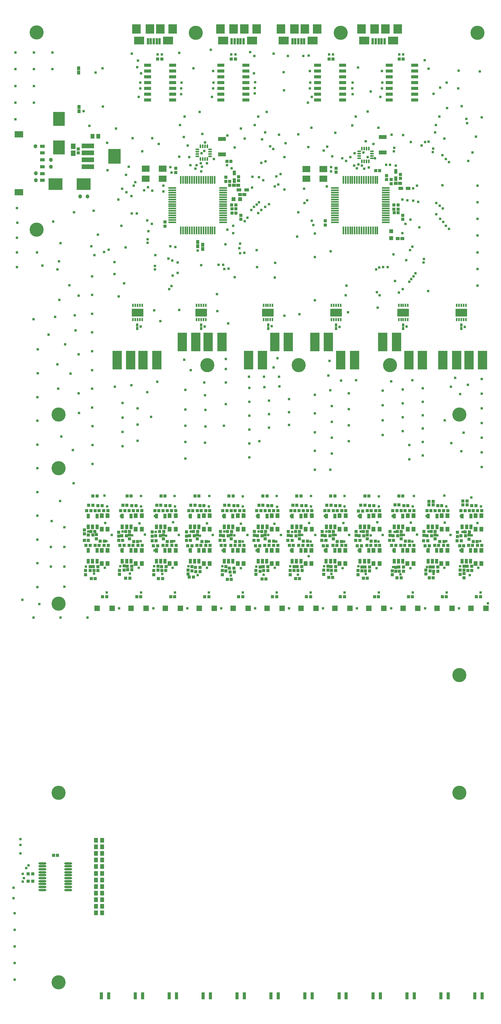
<source format=gts>
G04 Layer_Color=20142*
%FSLAX25Y25*%
%MOIN*%
G70*
G01*
G75*
%ADD81R,0.02841X0.02998*%
%ADD82R,0.04337X0.04534*%
%ADD83R,0.10439X0.12014*%
%ADD84R,0.12014X0.10439*%
%ADD85R,0.03353X0.04337*%
%ADD86R,0.06699X0.05321*%
%ADD87R,0.06384X0.02684*%
%ADD88R,0.01581X0.02959*%
%ADD89R,0.10164X0.06502*%
%ADD90O,0.06896X0.01581*%
%ADD91O,0.01581X0.06896*%
%ADD92O,0.01384X0.03550*%
%ADD93O,0.03550X0.01384*%
%ADD94R,0.03156X0.04337*%
%ADD95R,0.07093X0.03550*%
%ADD96R,0.04731X0.04731*%
%ADD97R,0.02565X0.02565*%
%ADD98R,0.03156X0.03353*%
%ADD99R,0.03353X0.03156*%
%ADD100R,0.02565X0.02565*%
%ADD101R,0.02600X0.02600*%
%ADD102R,0.02841X0.02841*%
%ADD103R,0.08274X0.16148*%
%ADD104R,0.03156X0.04140*%
%ADD105R,0.04140X0.03156*%
%ADD106R,0.03550X0.03550*%
%ADD107R,0.03550X0.03550*%
%ADD108R,0.02998X0.02841*%
%ADD109R,0.02447X0.02605*%
%ADD110R,0.02920X0.03077*%
%ADD111R,0.03200X0.04000*%
%ADD112R,0.11030X0.04337*%
%ADD113R,0.11030X0.12998*%
%ADD114O,0.07093X0.01778*%
%ADD115R,0.01975X0.05715*%
%ADD116R,0.08668X0.06699*%
%ADD117R,0.07487X0.07880*%
%ADD118R,0.04337X0.02762*%
%ADD119R,0.07487X0.05321*%
%ADD120R,0.02762X0.06306*%
%ADD121C,0.12200*%
%ADD122C,0.02400*%
%ADD123C,0.03400*%
D81*
X163225Y835878D02*
D03*
Y839342D02*
D03*
X429790Y812815D02*
D03*
Y816279D02*
D03*
X433691Y812819D02*
D03*
Y809355D02*
D03*
X386177Y819159D02*
D03*
Y822624D02*
D03*
X443864Y781883D02*
D03*
Y778419D02*
D03*
X290700Y811268D02*
D03*
Y814732D02*
D03*
X294205Y811237D02*
D03*
Y807773D02*
D03*
X247400Y818968D02*
D03*
Y822432D02*
D03*
X303740Y781925D02*
D03*
Y778460D02*
D03*
X173325Y478542D02*
D03*
Y475078D02*
D03*
X496750Y478882D02*
D03*
Y475418D02*
D03*
X467375Y478342D02*
D03*
Y474878D02*
D03*
X437975Y477992D02*
D03*
Y474528D02*
D03*
X408425Y478292D02*
D03*
Y474828D02*
D03*
X379125Y478842D02*
D03*
Y475378D02*
D03*
X349675Y478642D02*
D03*
Y475178D02*
D03*
X320325Y478042D02*
D03*
Y474578D02*
D03*
X290925Y478392D02*
D03*
Y474928D02*
D03*
X261475Y478492D02*
D03*
Y475028D02*
D03*
X232025Y478892D02*
D03*
Y475428D02*
D03*
X202650Y479082D02*
D03*
Y475618D02*
D03*
D82*
X158825Y835657D02*
D03*
Y841563D02*
D03*
D83*
X146625Y840507D02*
D03*
Y865113D02*
D03*
D84*
X167978Y809010D02*
D03*
X143372D02*
D03*
D85*
X218028Y510971D02*
D03*
Y522388D02*
D03*
X212910D02*
D03*
Y510971D02*
D03*
X218015Y481256D02*
D03*
Y492673D02*
D03*
X212897D02*
D03*
Y481256D02*
D03*
X247420Y510971D02*
D03*
Y522388D02*
D03*
X242302D02*
D03*
Y510971D02*
D03*
X247393Y481256D02*
D03*
Y492673D02*
D03*
X242275D02*
D03*
Y481256D02*
D03*
X276811Y510971D02*
D03*
Y522388D02*
D03*
X271693D02*
D03*
Y510971D02*
D03*
X276772Y481256D02*
D03*
Y492673D02*
D03*
X271654D02*
D03*
Y481256D02*
D03*
X306202Y510971D02*
D03*
Y522388D02*
D03*
X301084D02*
D03*
Y510971D02*
D03*
X306150Y481256D02*
D03*
Y492673D02*
D03*
X301032D02*
D03*
Y481256D02*
D03*
X335594Y510971D02*
D03*
Y522388D02*
D03*
X330475D02*
D03*
Y510971D02*
D03*
X335528Y481256D02*
D03*
Y492673D02*
D03*
X330410D02*
D03*
Y481256D02*
D03*
X364985Y510971D02*
D03*
Y522388D02*
D03*
X359867D02*
D03*
Y510971D02*
D03*
X364907Y481256D02*
D03*
Y492673D02*
D03*
X359788D02*
D03*
Y481256D02*
D03*
X394376Y510971D02*
D03*
Y522388D02*
D03*
X389258D02*
D03*
Y510971D02*
D03*
X394285Y481256D02*
D03*
Y492673D02*
D03*
X389167D02*
D03*
Y481256D02*
D03*
X423667Y510971D02*
D03*
Y522388D02*
D03*
X418549D02*
D03*
Y510971D02*
D03*
X423663Y481256D02*
D03*
Y492673D02*
D03*
X418545D02*
D03*
Y481256D02*
D03*
X453159Y510971D02*
D03*
Y522388D02*
D03*
X448041D02*
D03*
Y510971D02*
D03*
X453041Y481256D02*
D03*
Y492673D02*
D03*
X447923D02*
D03*
Y481256D02*
D03*
X482550Y510971D02*
D03*
Y522388D02*
D03*
X477432D02*
D03*
Y510971D02*
D03*
X482420Y481256D02*
D03*
Y492673D02*
D03*
X477302D02*
D03*
Y481256D02*
D03*
X511941Y510971D02*
D03*
Y522388D02*
D03*
X506823D02*
D03*
Y510971D02*
D03*
X511798Y481256D02*
D03*
Y492673D02*
D03*
X506680D02*
D03*
Y481256D02*
D03*
X188637Y510971D02*
D03*
Y522388D02*
D03*
X183519D02*
D03*
Y510971D02*
D03*
X188637Y481256D02*
D03*
Y492673D02*
D03*
X183519D02*
D03*
Y481256D02*
D03*
D86*
X360616Y822031D02*
D03*
X375183D02*
D03*
Y813369D02*
D03*
X360616D02*
D03*
X221617Y822231D02*
D03*
X236183D02*
D03*
Y813569D02*
D03*
X221617D02*
D03*
D87*
X391861Y881600D02*
D03*
Y886600D02*
D03*
Y891600D02*
D03*
Y896600D02*
D03*
Y901600D02*
D03*
Y906600D02*
D03*
Y911600D02*
D03*
X370129Y881600D02*
D03*
Y886600D02*
D03*
Y891600D02*
D03*
Y896600D02*
D03*
Y901600D02*
D03*
Y906600D02*
D03*
Y911600D02*
D03*
X454041Y881600D02*
D03*
Y886600D02*
D03*
Y891600D02*
D03*
Y896600D02*
D03*
Y901600D02*
D03*
Y906600D02*
D03*
Y911600D02*
D03*
X432309Y881600D02*
D03*
Y886600D02*
D03*
Y891600D02*
D03*
Y896600D02*
D03*
Y901600D02*
D03*
Y906600D02*
D03*
Y911600D02*
D03*
X244966Y881600D02*
D03*
Y886600D02*
D03*
Y891600D02*
D03*
Y896600D02*
D03*
Y901600D02*
D03*
Y906600D02*
D03*
Y911600D02*
D03*
X223234Y881600D02*
D03*
Y886600D02*
D03*
Y891600D02*
D03*
Y896600D02*
D03*
Y901600D02*
D03*
Y906600D02*
D03*
Y911600D02*
D03*
X308156Y881600D02*
D03*
Y886600D02*
D03*
Y891600D02*
D03*
Y896600D02*
D03*
Y901600D02*
D03*
Y906600D02*
D03*
Y911600D02*
D03*
X286424Y881600D02*
D03*
Y886600D02*
D03*
Y891600D02*
D03*
Y896600D02*
D03*
Y901600D02*
D03*
Y906600D02*
D03*
Y911600D02*
D03*
D88*
X331248Y704092D02*
D03*
X329280D02*
D03*
X327311D02*
D03*
X325343D02*
D03*
X323374D02*
D03*
Y691888D02*
D03*
X325343D02*
D03*
X327311D02*
D03*
X329280D02*
D03*
X331248D02*
D03*
X390013Y704092D02*
D03*
X388045D02*
D03*
X386076D02*
D03*
X384108D02*
D03*
X382139D02*
D03*
Y691888D02*
D03*
X384108D02*
D03*
X386076D02*
D03*
X388045D02*
D03*
X390013D02*
D03*
X448233Y704092D02*
D03*
X446264D02*
D03*
X444296D02*
D03*
X442327D02*
D03*
X440359D02*
D03*
Y691888D02*
D03*
X442327D02*
D03*
X444296D02*
D03*
X446264D02*
D03*
X448233D02*
D03*
X498498Y704092D02*
D03*
X496530D02*
D03*
X494561D02*
D03*
X492593D02*
D03*
X490624D02*
D03*
Y691888D02*
D03*
X492593D02*
D03*
X494561D02*
D03*
X496530D02*
D03*
X498498D02*
D03*
X218384Y704092D02*
D03*
X216415D02*
D03*
X214446D02*
D03*
X212478D02*
D03*
X210509D02*
D03*
Y691888D02*
D03*
X212478D02*
D03*
X214446D02*
D03*
X216415D02*
D03*
X218384D02*
D03*
X273498Y704092D02*
D03*
X271530D02*
D03*
X269561D02*
D03*
X267593D02*
D03*
X265624D02*
D03*
Y691888D02*
D03*
X267593D02*
D03*
X269561D02*
D03*
X271530D02*
D03*
X273498D02*
D03*
D89*
X327311Y697990D02*
D03*
X386076D02*
D03*
X444296D02*
D03*
X494561D02*
D03*
X214446D02*
D03*
X269561D02*
D03*
D90*
X429149Y775936D02*
D03*
Y777905D02*
D03*
Y779873D02*
D03*
Y781842D02*
D03*
Y783810D02*
D03*
Y785779D02*
D03*
Y787747D02*
D03*
Y789716D02*
D03*
Y791684D02*
D03*
Y793653D02*
D03*
Y795621D02*
D03*
Y797590D02*
D03*
Y799558D02*
D03*
Y801527D02*
D03*
Y803495D02*
D03*
Y805464D02*
D03*
X385251D02*
D03*
Y803495D02*
D03*
Y801527D02*
D03*
Y799558D02*
D03*
Y797590D02*
D03*
Y795621D02*
D03*
Y793653D02*
D03*
Y791684D02*
D03*
Y789716D02*
D03*
Y787747D02*
D03*
Y785779D02*
D03*
Y783810D02*
D03*
Y781842D02*
D03*
Y779873D02*
D03*
Y777905D02*
D03*
Y775936D02*
D03*
X288449D02*
D03*
Y777905D02*
D03*
Y779873D02*
D03*
Y781842D02*
D03*
Y783810D02*
D03*
Y785779D02*
D03*
Y787747D02*
D03*
Y789716D02*
D03*
Y791684D02*
D03*
Y793653D02*
D03*
Y795621D02*
D03*
Y797590D02*
D03*
Y799558D02*
D03*
Y801527D02*
D03*
Y803495D02*
D03*
Y805464D02*
D03*
X244551D02*
D03*
Y803495D02*
D03*
Y801527D02*
D03*
Y799558D02*
D03*
Y797590D02*
D03*
Y795621D02*
D03*
Y793653D02*
D03*
Y791684D02*
D03*
Y789716D02*
D03*
Y787747D02*
D03*
Y785779D02*
D03*
Y783810D02*
D03*
Y781842D02*
D03*
Y779873D02*
D03*
Y777905D02*
D03*
Y775936D02*
D03*
D91*
X421964Y812649D02*
D03*
X419995D02*
D03*
X418027D02*
D03*
X416058D02*
D03*
X414090D02*
D03*
X412121D02*
D03*
X410153D02*
D03*
X408184D02*
D03*
X406216D02*
D03*
X404247D02*
D03*
X402279D02*
D03*
X400310D02*
D03*
X398342D02*
D03*
X396373D02*
D03*
X394405D02*
D03*
X392436D02*
D03*
Y768751D02*
D03*
X394405D02*
D03*
X396373D02*
D03*
X398342D02*
D03*
X400310D02*
D03*
X402279D02*
D03*
X404247D02*
D03*
X406216D02*
D03*
X408184D02*
D03*
X410153D02*
D03*
X412121D02*
D03*
X414090D02*
D03*
X416058D02*
D03*
X418027D02*
D03*
X419995D02*
D03*
X421964D02*
D03*
X281264Y812649D02*
D03*
X279295D02*
D03*
X277327D02*
D03*
X275358D02*
D03*
X273390D02*
D03*
X271421D02*
D03*
X269453D02*
D03*
X267484D02*
D03*
X265516D02*
D03*
X263547D02*
D03*
X261579D02*
D03*
X259610D02*
D03*
X257642D02*
D03*
X255673D02*
D03*
X253705D02*
D03*
X251736D02*
D03*
Y768751D02*
D03*
X253705D02*
D03*
X255673D02*
D03*
X257642D02*
D03*
X259610D02*
D03*
X261579D02*
D03*
X263547D02*
D03*
X265516D02*
D03*
X267484D02*
D03*
X269453D02*
D03*
X271421D02*
D03*
X273390D02*
D03*
X275358D02*
D03*
X277327D02*
D03*
X279295D02*
D03*
X281264D02*
D03*
D92*
X268817Y841417D02*
D03*
X270786D02*
D03*
X272754D02*
D03*
X274723D02*
D03*
Y830393D02*
D03*
X272754D02*
D03*
X270786D02*
D03*
X268817D02*
D03*
X408547Y828603D02*
D03*
X410516D02*
D03*
X412484D02*
D03*
X414453D02*
D03*
Y839627D02*
D03*
X412484D02*
D03*
X410516D02*
D03*
X408547D02*
D03*
D93*
X277282Y838858D02*
D03*
Y836889D02*
D03*
Y834921D02*
D03*
Y832952D02*
D03*
X266258D02*
D03*
Y834921D02*
D03*
Y836889D02*
D03*
Y838858D02*
D03*
X405988Y837068D02*
D03*
Y835099D02*
D03*
Y833131D02*
D03*
Y831162D02*
D03*
X417012D02*
D03*
Y833131D02*
D03*
Y835099D02*
D03*
Y837068D02*
D03*
D94*
X208742Y492599D02*
D03*
X201262D02*
D03*
X208742Y483150D02*
D03*
X205002D02*
D03*
X201262D02*
D03*
X238155Y522299D02*
D03*
X230675D02*
D03*
X238155Y512851D02*
D03*
X234415D02*
D03*
X230675D02*
D03*
X238129Y492599D02*
D03*
X230649D02*
D03*
X238129Y483150D02*
D03*
X234389D02*
D03*
X230649D02*
D03*
X267555Y522299D02*
D03*
X260075D02*
D03*
X267555Y512851D02*
D03*
X263815D02*
D03*
X260075D02*
D03*
X267516Y492599D02*
D03*
X260036D02*
D03*
X267516Y483150D02*
D03*
X263776D02*
D03*
X260036D02*
D03*
X296955Y522299D02*
D03*
X289475D02*
D03*
X296955Y512851D02*
D03*
X293215D02*
D03*
X289475D02*
D03*
X296903Y492599D02*
D03*
X289423D02*
D03*
X296903Y483150D02*
D03*
X293163D02*
D03*
X289423D02*
D03*
X326355Y522299D02*
D03*
X318875D02*
D03*
X326355Y512851D02*
D03*
X322615D02*
D03*
X318875D02*
D03*
X326290Y492599D02*
D03*
X318810D02*
D03*
X326290Y483150D02*
D03*
X322550D02*
D03*
X318810D02*
D03*
X355755Y522299D02*
D03*
X348275D02*
D03*
X355755Y512851D02*
D03*
X352015D02*
D03*
X348275D02*
D03*
X355677Y492599D02*
D03*
X348197D02*
D03*
X355677Y483150D02*
D03*
X351937D02*
D03*
X348197D02*
D03*
X385155Y522299D02*
D03*
X377675D02*
D03*
X385155Y512851D02*
D03*
X381415D02*
D03*
X377675D02*
D03*
X385064Y492599D02*
D03*
X377583D02*
D03*
X385064Y483150D02*
D03*
X381324D02*
D03*
X377583D02*
D03*
X414555Y522299D02*
D03*
X407075D02*
D03*
X414555Y512851D02*
D03*
X410815D02*
D03*
X407075D02*
D03*
X414451Y492599D02*
D03*
X406970D02*
D03*
X414451Y483150D02*
D03*
X410710D02*
D03*
X406970D02*
D03*
X443955Y522299D02*
D03*
X436475D02*
D03*
X443955Y512851D02*
D03*
X440215D02*
D03*
X436475D02*
D03*
X443838Y492599D02*
D03*
X436357D02*
D03*
X443838Y483150D02*
D03*
X440098D02*
D03*
X436357D02*
D03*
X473355Y522299D02*
D03*
X465875D02*
D03*
X473355Y512851D02*
D03*
X469615D02*
D03*
X465875D02*
D03*
X473225Y492599D02*
D03*
X465744D02*
D03*
X473225Y483150D02*
D03*
X469485D02*
D03*
X465744D02*
D03*
X502755Y522299D02*
D03*
X495275D02*
D03*
X502755Y512851D02*
D03*
X499015D02*
D03*
X495275D02*
D03*
X502611Y492599D02*
D03*
X495131D02*
D03*
X502611Y483150D02*
D03*
X498871D02*
D03*
X495131D02*
D03*
X179355Y522299D02*
D03*
X171875D02*
D03*
X179355Y512851D02*
D03*
X175615D02*
D03*
X171875D02*
D03*
X179355Y492599D02*
D03*
X171875D02*
D03*
X179355Y483150D02*
D03*
X175615D02*
D03*
X171875D02*
D03*
X208755Y522299D02*
D03*
X201275D02*
D03*
X208755Y512851D02*
D03*
X205015D02*
D03*
X201275D02*
D03*
D95*
X426488Y849498D02*
D03*
Y836112D02*
D03*
X287385Y847905D02*
D03*
Y834519D02*
D03*
D96*
X251330Y442418D02*
D03*
X238338D02*
D03*
X280709D02*
D03*
X267717D02*
D03*
X310087D02*
D03*
X297095D02*
D03*
X339465D02*
D03*
X326473D02*
D03*
X368844D02*
D03*
X355851D02*
D03*
X398222D02*
D03*
X385230D02*
D03*
X427600D02*
D03*
X414608D02*
D03*
X456978D02*
D03*
X443986D02*
D03*
X486357D02*
D03*
X473364D02*
D03*
X515735D02*
D03*
X502743D02*
D03*
X221952D02*
D03*
X208960D02*
D03*
X192574D02*
D03*
X179582D02*
D03*
D97*
X213685Y452515D02*
D03*
X217228D02*
D03*
X243063D02*
D03*
X246606D02*
D03*
X272441D02*
D03*
X275984D02*
D03*
X301819D02*
D03*
X305363D02*
D03*
X331198D02*
D03*
X334741D02*
D03*
X360576D02*
D03*
X364119D02*
D03*
X389954D02*
D03*
X393497D02*
D03*
X419332D02*
D03*
X422876D02*
D03*
X448711D02*
D03*
X452254D02*
D03*
X478089D02*
D03*
X481632D02*
D03*
X507467D02*
D03*
X511011D02*
D03*
X436404Y784110D02*
D03*
X439948D02*
D03*
X436304Y787310D02*
D03*
X439848D02*
D03*
X295998Y784025D02*
D03*
X299542D02*
D03*
X296028Y787400D02*
D03*
X299572D02*
D03*
X209472Y475850D02*
D03*
X205928D02*
D03*
X238897Y475310D02*
D03*
X235353D02*
D03*
X268497Y474210D02*
D03*
X264953D02*
D03*
X298047Y473760D02*
D03*
X294503D02*
D03*
X326997Y475110D02*
D03*
X323453D02*
D03*
X356647Y475210D02*
D03*
X353103D02*
D03*
X385797D02*
D03*
X382253D02*
D03*
X415047Y475010D02*
D03*
X411503D02*
D03*
X444447Y474610D02*
D03*
X440903D02*
D03*
X474047D02*
D03*
X470503D02*
D03*
X503572Y475300D02*
D03*
X500028D02*
D03*
X180197Y475110D02*
D03*
X176653D02*
D03*
X198100Y508272D02*
D03*
Y504728D02*
D03*
X204278Y468650D02*
D03*
X207822D02*
D03*
X232553Y468310D02*
D03*
X236097D02*
D03*
X259303Y469610D02*
D03*
X262846D02*
D03*
X292053Y467660D02*
D03*
X295597D02*
D03*
X322053Y467960D02*
D03*
X325596D02*
D03*
X351003Y468360D02*
D03*
X354546D02*
D03*
X379753Y469160D02*
D03*
X383296D02*
D03*
X409653Y468560D02*
D03*
X413197D02*
D03*
X438853Y468710D02*
D03*
X442397D02*
D03*
X466653Y468860D02*
D03*
X470197D02*
D03*
X174353Y468310D02*
D03*
X177897D02*
D03*
X214574Y526775D02*
D03*
X218117D02*
D03*
X214839Y496775D02*
D03*
X218382D02*
D03*
X243975Y526775D02*
D03*
X247519D02*
D03*
X244206Y496775D02*
D03*
X247749D02*
D03*
X273377Y526775D02*
D03*
X276921D02*
D03*
X273573Y496775D02*
D03*
X277116D02*
D03*
X302779Y526775D02*
D03*
X306323D02*
D03*
X302940Y496775D02*
D03*
X306483D02*
D03*
X332181Y526775D02*
D03*
X335724D02*
D03*
X332307Y496775D02*
D03*
X335850D02*
D03*
X361583Y526775D02*
D03*
X365126D02*
D03*
X361674Y496775D02*
D03*
X365217D02*
D03*
X390985Y526775D02*
D03*
X394528D02*
D03*
X391041Y496775D02*
D03*
X394585D02*
D03*
X420387Y526775D02*
D03*
X423930D02*
D03*
X420408Y496775D02*
D03*
X423952D02*
D03*
X449789Y526775D02*
D03*
X453332D02*
D03*
X449776Y496775D02*
D03*
X453319D02*
D03*
X479190Y526775D02*
D03*
X482734D02*
D03*
X479143Y496775D02*
D03*
X482686D02*
D03*
X508592Y526775D02*
D03*
X512136D02*
D03*
X508510Y496775D02*
D03*
X512053D02*
D03*
X185172Y526775D02*
D03*
X188715D02*
D03*
X185472Y496775D02*
D03*
X189015D02*
D03*
X199897Y526875D02*
D03*
X203440D02*
D03*
X199115Y496762D02*
D03*
X202659D02*
D03*
X229321Y526875D02*
D03*
X232865D02*
D03*
X228228Y496400D02*
D03*
X231772D02*
D03*
X258746Y526875D02*
D03*
X262290D02*
D03*
X257784Y496606D02*
D03*
X261328D02*
D03*
X288171Y526875D02*
D03*
X291714D02*
D03*
X286750Y496752D02*
D03*
X290294D02*
D03*
X317596Y526875D02*
D03*
X321139D02*
D03*
X316557Y496641D02*
D03*
X320101D02*
D03*
X347021Y526875D02*
D03*
X350564D02*
D03*
X345658Y496760D02*
D03*
X349202D02*
D03*
X376327Y526707D02*
D03*
X379871D02*
D03*
X375065Y496692D02*
D03*
X378609D02*
D03*
X405518Y526639D02*
D03*
X409062D02*
D03*
X404487Y496693D02*
D03*
X408031D02*
D03*
X435295Y526875D02*
D03*
X438839D02*
D03*
X434271Y496875D02*
D03*
X437814D02*
D03*
X464720Y526875D02*
D03*
X468263D02*
D03*
X463278Y496600D02*
D03*
X466822D02*
D03*
X494145Y526875D02*
D03*
X497688D02*
D03*
X493028Y496650D02*
D03*
X496572D02*
D03*
X170472Y526875D02*
D03*
X174015D02*
D03*
X169772Y496875D02*
D03*
X173315D02*
D03*
X208869Y539475D02*
D03*
X205326D02*
D03*
X238252D02*
D03*
X234708D02*
D03*
X267634D02*
D03*
X264091D02*
D03*
X297017D02*
D03*
X293474D02*
D03*
X326400D02*
D03*
X322856D02*
D03*
X355782D02*
D03*
X352239D02*
D03*
X385165D02*
D03*
X381622D02*
D03*
X414547D02*
D03*
X411004D02*
D03*
X443930D02*
D03*
X440387D02*
D03*
X470097Y535010D02*
D03*
X466553D02*
D03*
X499322Y535100D02*
D03*
X495778D02*
D03*
X179487Y539475D02*
D03*
X175943D02*
D03*
X205207Y531575D02*
D03*
X201664D02*
D03*
X201604Y501100D02*
D03*
X198061D02*
D03*
X234628Y531575D02*
D03*
X231084D02*
D03*
X230622Y500900D02*
D03*
X227078D02*
D03*
X264048Y531575D02*
D03*
X260505D02*
D03*
X260194Y501100D02*
D03*
X256651D02*
D03*
X293469Y531575D02*
D03*
X289925D02*
D03*
X289489Y501100D02*
D03*
X285946D02*
D03*
X322889Y531575D02*
D03*
X319346D02*
D03*
X318784Y501100D02*
D03*
X315241D02*
D03*
X352310Y531575D02*
D03*
X348766D02*
D03*
X348079Y501100D02*
D03*
X344536D02*
D03*
X381730Y531575D02*
D03*
X378187D02*
D03*
X377374Y501100D02*
D03*
X373831D02*
D03*
X411151Y531575D02*
D03*
X407607D02*
D03*
X406669Y501100D02*
D03*
X403126D02*
D03*
X440574Y531766D02*
D03*
X437030D02*
D03*
X435964Y501250D02*
D03*
X432421D02*
D03*
X470021Y531800D02*
D03*
X466477D02*
D03*
X465422Y501000D02*
D03*
X461878D02*
D03*
X499367Y531832D02*
D03*
X495823D02*
D03*
X494522Y500900D02*
D03*
X490978D02*
D03*
X175787Y531575D02*
D03*
X172243D02*
D03*
X171897Y501110D02*
D03*
X168353D02*
D03*
X184306Y452515D02*
D03*
X187850D02*
D03*
D98*
X163500Y905230D02*
D03*
Y908970D02*
D03*
X266575Y755100D02*
D03*
Y758840D02*
D03*
X270665Y752955D02*
D03*
Y756695D02*
D03*
X163800Y871830D02*
D03*
Y875570D02*
D03*
D99*
X439630Y762000D02*
D03*
X443370D02*
D03*
X437788Y809424D02*
D03*
X441528D02*
D03*
X303130Y799800D02*
D03*
X306870D02*
D03*
X297860Y807835D02*
D03*
X301600D02*
D03*
D100*
X207550Y502378D02*
D03*
Y505922D02*
D03*
X236865Y502428D02*
D03*
Y505972D02*
D03*
X266230Y502428D02*
D03*
Y505972D02*
D03*
X295595Y502428D02*
D03*
Y505972D02*
D03*
X324960Y502428D02*
D03*
Y505972D02*
D03*
X354325Y502428D02*
D03*
Y505972D02*
D03*
X383690Y502428D02*
D03*
Y505972D02*
D03*
X413055Y502428D02*
D03*
Y505972D02*
D03*
X442420Y502428D02*
D03*
Y505972D02*
D03*
X471650Y502428D02*
D03*
Y505972D02*
D03*
X501150Y502328D02*
D03*
Y505872D02*
D03*
X178925Y502538D02*
D03*
Y506081D02*
D03*
X227025Y508432D02*
D03*
Y504888D02*
D03*
X256740Y508422D02*
D03*
Y504878D02*
D03*
X286060Y509022D02*
D03*
Y505478D02*
D03*
X315380Y509022D02*
D03*
Y505478D02*
D03*
X344700Y509022D02*
D03*
Y505478D02*
D03*
X374020Y509022D02*
D03*
Y505478D02*
D03*
X403340Y509022D02*
D03*
Y505478D02*
D03*
X432660Y509022D02*
D03*
Y505478D02*
D03*
X462050Y509022D02*
D03*
Y505478D02*
D03*
X491300Y508122D02*
D03*
Y504578D02*
D03*
X496750Y468878D02*
D03*
Y472422D02*
D03*
X168525Y510332D02*
D03*
Y506788D02*
D03*
X198950Y475272D02*
D03*
Y471728D02*
D03*
X228525Y475132D02*
D03*
Y471588D02*
D03*
X258225Y475632D02*
D03*
Y472088D02*
D03*
X287675Y475132D02*
D03*
Y471588D02*
D03*
X316975Y475282D02*
D03*
Y471738D02*
D03*
X346475Y475182D02*
D03*
Y471638D02*
D03*
X375425Y475432D02*
D03*
Y471888D02*
D03*
X405175Y475132D02*
D03*
Y471588D02*
D03*
X434725Y475032D02*
D03*
Y471488D02*
D03*
X463825Y475682D02*
D03*
Y472138D02*
D03*
X493450Y475572D02*
D03*
Y472028D02*
D03*
X169625Y475182D02*
D03*
Y471638D02*
D03*
D101*
X204700Y505250D02*
D03*
X200700D02*
D03*
X205575Y478960D02*
D03*
X209575D02*
D03*
X234005Y505250D02*
D03*
X230005D02*
D03*
X235075Y478660D02*
D03*
X239075D02*
D03*
X263360Y505250D02*
D03*
X259360D02*
D03*
X264575Y477710D02*
D03*
X268575D02*
D03*
X292715Y505250D02*
D03*
X288715D02*
D03*
X293925Y477360D02*
D03*
X297925D02*
D03*
X322070Y505250D02*
D03*
X318070D02*
D03*
X323125Y478460D02*
D03*
X327125D02*
D03*
X351425Y505250D02*
D03*
X347425D02*
D03*
X352525Y478460D02*
D03*
X356525D02*
D03*
X380780Y505250D02*
D03*
X376780D02*
D03*
X381925Y478560D02*
D03*
X385925D02*
D03*
X410135Y505250D02*
D03*
X406135D02*
D03*
X411025Y478260D02*
D03*
X415025D02*
D03*
X439490Y505250D02*
D03*
X435490D02*
D03*
X440575Y478210D02*
D03*
X444575D02*
D03*
X468845Y505250D02*
D03*
X464845D02*
D03*
X470075Y478110D02*
D03*
X474075D02*
D03*
X498200Y505200D02*
D03*
X494200D02*
D03*
X499500Y479000D02*
D03*
X503500D02*
D03*
X175725Y505760D02*
D03*
X171725D02*
D03*
X176175Y478560D02*
D03*
X180175D02*
D03*
X119700Y206800D02*
D03*
X123700D02*
D03*
X123800Y213300D02*
D03*
X119800D02*
D03*
D102*
X214572Y500200D02*
D03*
X211028D02*
D03*
X242469Y531275D02*
D03*
X238926D02*
D03*
X243822Y500200D02*
D03*
X240278D02*
D03*
X271861Y531275D02*
D03*
X268317D02*
D03*
X273647Y500260D02*
D03*
X270103D02*
D03*
X301252Y531275D02*
D03*
X297709D02*
D03*
X302682Y500184D02*
D03*
X299138D02*
D03*
X330643Y531275D02*
D03*
X327100D02*
D03*
X332052Y500575D02*
D03*
X328508D02*
D03*
X360034Y531275D02*
D03*
X356491D02*
D03*
X361422Y500575D02*
D03*
X357878D02*
D03*
X389426Y531275D02*
D03*
X385882D02*
D03*
X390792Y500350D02*
D03*
X387248D02*
D03*
X418817Y531275D02*
D03*
X415274D02*
D03*
X420162Y500600D02*
D03*
X416618D02*
D03*
X448208Y531275D02*
D03*
X444665D02*
D03*
X449532Y500575D02*
D03*
X445988D02*
D03*
X477600Y531275D02*
D03*
X474056D02*
D03*
X479422Y500350D02*
D03*
X475878D02*
D03*
X506991Y531275D02*
D03*
X503448D02*
D03*
X508272Y500150D02*
D03*
X504728D02*
D03*
X183687Y531275D02*
D03*
X180143D02*
D03*
X185741Y500575D02*
D03*
X182198D02*
D03*
X213078Y531275D02*
D03*
X209535D02*
D03*
D103*
X310559Y656942D02*
D03*
X322370D02*
D03*
X367724Y672690D02*
D03*
X379535D02*
D03*
X426590D02*
D03*
X438401D02*
D03*
X478556Y656942D02*
D03*
X490367D02*
D03*
X196756D02*
D03*
X208567D02*
D03*
X275594Y672690D02*
D03*
X287405D02*
D03*
X333044D02*
D03*
X344855D02*
D03*
X390209Y656942D02*
D03*
X402021D02*
D03*
X449075D02*
D03*
X460886D02*
D03*
X501041D02*
D03*
X512852D02*
D03*
X219241D02*
D03*
X231052D02*
D03*
X253109Y672690D02*
D03*
X264920D02*
D03*
D104*
X437800Y819930D02*
D03*
Y813434D02*
D03*
X297985Y818463D02*
D03*
Y811967D02*
D03*
D105*
X442062Y805264D02*
D03*
X448558D02*
D03*
X302157Y803975D02*
D03*
X308653D02*
D03*
D106*
X433700Y768053D02*
D03*
Y762147D02*
D03*
D107*
X297347Y795800D02*
D03*
X303253D02*
D03*
D108*
X231968Y917000D02*
D03*
X235432D02*
D03*
X380068D02*
D03*
X383532D02*
D03*
X295568D02*
D03*
X299032D02*
D03*
X440768D02*
D03*
X444232D02*
D03*
X423842Y820658D02*
D03*
X420377D02*
D03*
X439742Y791011D02*
D03*
X436277D02*
D03*
X295132Y828400D02*
D03*
X291668D02*
D03*
X299432Y791000D02*
D03*
X295968D02*
D03*
X207222Y526975D02*
D03*
X210686D02*
D03*
X207060Y496875D02*
D03*
X210524D02*
D03*
X236632Y526975D02*
D03*
X240097D02*
D03*
X236437Y496875D02*
D03*
X239901D02*
D03*
X266043Y526975D02*
D03*
X269507D02*
D03*
X265814Y496875D02*
D03*
X269278D02*
D03*
X295453Y526975D02*
D03*
X298918D02*
D03*
X295191Y496875D02*
D03*
X298655D02*
D03*
X324864Y526975D02*
D03*
X328328D02*
D03*
X324568Y496875D02*
D03*
X328032D02*
D03*
X354274Y526975D02*
D03*
X357739D02*
D03*
X353945Y496875D02*
D03*
X357409D02*
D03*
X383685Y526975D02*
D03*
X387150D02*
D03*
X383322Y496875D02*
D03*
X386786D02*
D03*
X413096Y526975D02*
D03*
X416560D02*
D03*
X412699Y496875D02*
D03*
X416163D02*
D03*
X442506Y526975D02*
D03*
X445971D02*
D03*
X442076Y496875D02*
D03*
X445540D02*
D03*
X471917Y526975D02*
D03*
X475381D02*
D03*
X471453Y496875D02*
D03*
X474917D02*
D03*
X501327Y526975D02*
D03*
X504792D02*
D03*
X500830Y496875D02*
D03*
X504294D02*
D03*
X177811Y526975D02*
D03*
X181276D02*
D03*
X177683Y496875D02*
D03*
X181147D02*
D03*
X145232Y229300D02*
D03*
X141768D02*
D03*
X174043Y508960D02*
D03*
X177507D02*
D03*
X497868Y508700D02*
D03*
X501332D02*
D03*
X468498Y508900D02*
D03*
X471962D02*
D03*
X439128D02*
D03*
X442592D02*
D03*
X409758D02*
D03*
X413222D02*
D03*
X380388D02*
D03*
X383852D02*
D03*
X351018D02*
D03*
X354482D02*
D03*
X321648D02*
D03*
X325112D02*
D03*
X292278D02*
D03*
X295742D02*
D03*
X262908D02*
D03*
X266372D02*
D03*
X233538D02*
D03*
X237002D02*
D03*
X204168Y508850D02*
D03*
X207632D02*
D03*
D109*
X327411Y684265D02*
D03*
Y687335D02*
D03*
X386076Y684265D02*
D03*
Y687335D02*
D03*
X444101Y684265D02*
D03*
Y687335D02*
D03*
X494561Y684265D02*
D03*
Y687335D02*
D03*
X214288Y684276D02*
D03*
Y687347D02*
D03*
X269561Y684265D02*
D03*
Y687335D02*
D03*
D110*
X441933Y817204D02*
D03*
Y813740D02*
D03*
X376811Y777065D02*
D03*
Y773600D02*
D03*
X301955Y815242D02*
D03*
Y811778D02*
D03*
X238110Y776127D02*
D03*
Y772663D02*
D03*
D111*
X180534Y850210D02*
D03*
X175375D02*
D03*
X178541Y179600D02*
D03*
X183700D02*
D03*
X178541Y185282D02*
D03*
X183700D02*
D03*
X178541Y190964D02*
D03*
X183700D02*
D03*
X178541Y196645D02*
D03*
X183700D02*
D03*
X178541Y202327D02*
D03*
X183700D02*
D03*
X178541Y208009D02*
D03*
X183700D02*
D03*
X178541Y213691D02*
D03*
X183700D02*
D03*
X178541Y219373D02*
D03*
X183700D02*
D03*
X178541Y225054D02*
D03*
X183700D02*
D03*
X178541Y230736D02*
D03*
X183700D02*
D03*
X178541Y236418D02*
D03*
X183700D02*
D03*
X178541Y242100D02*
D03*
X183700D02*
D03*
D112*
X171411Y841718D02*
D03*
Y835813D02*
D03*
Y829907D02*
D03*
Y824002D02*
D03*
D113*
X194639Y832860D02*
D03*
D114*
X154420Y199284D02*
D03*
Y201843D02*
D03*
Y204402D02*
D03*
Y206961D02*
D03*
Y209520D02*
D03*
Y212080D02*
D03*
Y214638D02*
D03*
Y217198D02*
D03*
Y219757D02*
D03*
Y222316D02*
D03*
X131980Y199284D02*
D03*
Y201843D02*
D03*
Y204402D02*
D03*
Y206961D02*
D03*
Y209520D02*
D03*
Y212080D02*
D03*
Y214638D02*
D03*
Y217198D02*
D03*
Y219757D02*
D03*
Y222316D02*
D03*
D115*
X417925Y932269D02*
D03*
X420484D02*
D03*
X423043D02*
D03*
X425602D02*
D03*
X428161D02*
D03*
X348325D02*
D03*
X350884D02*
D03*
X358561D02*
D03*
X356002D02*
D03*
X295925D02*
D03*
X298484D02*
D03*
X306161D02*
D03*
X303602D02*
D03*
X301043D02*
D03*
X223325D02*
D03*
X225884D02*
D03*
X228443D02*
D03*
X231002D02*
D03*
X233561D02*
D03*
X353443D02*
D03*
D116*
X410366Y932761D02*
D03*
X435563D02*
D03*
X340766D02*
D03*
X365963D02*
D03*
X288366D02*
D03*
X313563D02*
D03*
X215766D02*
D03*
X240963D02*
D03*
D117*
X419618Y942800D02*
D03*
X428673D02*
D03*
X408004D02*
D03*
X439500D02*
D03*
X350018D02*
D03*
X359073D02*
D03*
X338404D02*
D03*
X369900D02*
D03*
X297618D02*
D03*
X306673D02*
D03*
X286004D02*
D03*
X317500D02*
D03*
X225018D02*
D03*
X234073D02*
D03*
X213404D02*
D03*
X244900D02*
D03*
D118*
X132132Y812127D02*
D03*
Y818033D02*
D03*
Y823938D02*
D03*
Y829844D02*
D03*
Y835750D02*
D03*
Y841655D02*
D03*
D119*
X111699Y851911D02*
D03*
Y801872D02*
D03*
D120*
X183149Y107744D02*
D03*
X189449D02*
D03*
X506099D02*
D03*
X512398D02*
D03*
X476740D02*
D03*
X483039D02*
D03*
X447381D02*
D03*
X453680D02*
D03*
X418022D02*
D03*
X424321D02*
D03*
X388663D02*
D03*
X394962D02*
D03*
X359304D02*
D03*
X365603D02*
D03*
X329945D02*
D03*
X336244D02*
D03*
X300586D02*
D03*
X306885D02*
D03*
X271227D02*
D03*
X277526D02*
D03*
X241867D02*
D03*
X248167D02*
D03*
X212509D02*
D03*
X218808D02*
D03*
D121*
X146200Y563550D02*
D03*
X390000Y939700D02*
D03*
X492900Y384900D02*
D03*
Y609780D02*
D03*
Y283060D02*
D03*
X146200D02*
D03*
X127100Y769500D02*
D03*
X264700Y939700D02*
D03*
X146200Y609780D02*
D03*
Y446420D02*
D03*
X508500Y939700D02*
D03*
X127100Y939900D02*
D03*
X146200Y119700D02*
D03*
X274780Y652700D02*
D03*
X353804D02*
D03*
X432828D02*
D03*
D122*
X426375Y505810D02*
D03*
X194675Y835910D02*
D03*
X188325Y820710D02*
D03*
X491925Y891610D02*
D03*
X362375Y487560D02*
D03*
X416275Y505560D02*
D03*
X498925Y865160D02*
D03*
X494975Y876144D02*
D03*
X481478Y500400D02*
D03*
X500525Y828760D02*
D03*
X499357Y861678D02*
D03*
X507137Y849722D02*
D03*
X504110Y836110D02*
D03*
X220975Y506160D02*
D03*
X250025Y505960D02*
D03*
X456075Y506110D02*
D03*
X406620Y500850D02*
D03*
X397325Y505710D02*
D03*
X368175Y505960D02*
D03*
X338575Y505710D02*
D03*
X309475Y505960D02*
D03*
X279332Y505946D02*
D03*
X289042Y501010D02*
D03*
X289625Y508860D02*
D03*
X376975Y500860D02*
D03*
X377925Y508710D02*
D03*
X348275Y508660D02*
D03*
X347875Y501010D02*
D03*
X435825Y501060D02*
D03*
X465275Y501010D02*
D03*
X245150Y516750D02*
D03*
X260070Y500850D02*
D03*
X230125Y508510D02*
D03*
X230175Y501010D02*
D03*
X405317Y478847D02*
D03*
X375922D02*
D03*
X382125Y472260D02*
D03*
X317175Y478410D02*
D03*
X346527Y478843D02*
D03*
X353112Y471460D02*
D03*
X323475Y471700D02*
D03*
X466050Y508750D02*
D03*
X407317Y508850D02*
D03*
X319131D02*
D03*
X260340Y508750D02*
D03*
X192100Y505950D02*
D03*
X201550Y508750D02*
D03*
X503300Y538350D02*
D03*
X481628Y530600D02*
D03*
X485250Y505750D02*
D03*
X493382Y478882D02*
D03*
X194675Y828910D02*
D03*
X302500Y753386D02*
D03*
X303150Y749305D02*
D03*
X306889Y749650D02*
D03*
X367750Y766150D02*
D03*
X118150Y218100D02*
D03*
X116250Y209520D02*
D03*
X352600Y763500D02*
D03*
X259350Y522300D02*
D03*
X450450Y778250D02*
D03*
X494550Y684200D02*
D03*
X444100D02*
D03*
X386050D02*
D03*
X327400D02*
D03*
X214300D02*
D03*
X269550D02*
D03*
X497585Y685603D02*
D03*
X319600Y814800D02*
D03*
X323200Y812200D02*
D03*
X367900Y745900D02*
D03*
X367700Y708700D02*
D03*
X354600Y696600D02*
D03*
X247300Y754500D02*
D03*
X381500Y750900D02*
D03*
X292200Y769600D02*
D03*
X508600Y793283D02*
D03*
Y778867D02*
D03*
Y764450D02*
D03*
Y750033D02*
D03*
Y735617D02*
D03*
X176525Y786010D02*
D03*
X463185Y845200D02*
D03*
X315500Y919600D02*
D03*
X315300Y904700D02*
D03*
X177300Y747600D02*
D03*
X146600Y742200D02*
D03*
X277800Y925000D02*
D03*
X470500Y887000D02*
D03*
X492099Y907000D02*
D03*
X209500Y921600D02*
D03*
X311971Y922900D02*
D03*
X172875Y859160D02*
D03*
X307300Y848200D02*
D03*
X272700Y845000D02*
D03*
X313700Y815075D02*
D03*
X391333Y831141D02*
D03*
X389100Y685600D02*
D03*
X251200Y859900D02*
D03*
X255140Y867300D02*
D03*
X252240Y886640D02*
D03*
X493400Y627500D02*
D03*
X500100Y635700D02*
D03*
X393556Y539475D02*
D03*
X461000Y574544D02*
D03*
X489000Y641600D02*
D03*
X155600Y721500D02*
D03*
X422300Y702200D02*
D03*
X380400Y656100D02*
D03*
X381200Y630745D02*
D03*
X260600Y648100D02*
D03*
X254900Y657300D02*
D03*
X188000Y844600D02*
D03*
X397200Y628238D02*
D03*
Y614457D02*
D03*
X381000Y562357D02*
D03*
X382500Y576035D02*
D03*
X382500Y589712D02*
D03*
Y603390D02*
D03*
X382550Y617067D02*
D03*
X367900Y626900D02*
D03*
Y610764D02*
D03*
Y594628D02*
D03*
Y578493D02*
D03*
Y562357D02*
D03*
X397100Y586895D02*
D03*
Y600676D02*
D03*
X450700Y845200D02*
D03*
X444100Y851300D02*
D03*
X471800Y853500D02*
D03*
X479900Y848300D02*
D03*
X461000Y586138D02*
D03*
Y597732D02*
D03*
Y609325D02*
D03*
Y620919D02*
D03*
Y632513D02*
D03*
X433800Y638600D02*
D03*
X452100Y639600D02*
D03*
X290700Y658000D02*
D03*
X443750Y631605D02*
D03*
Y619557D02*
D03*
Y607509D02*
D03*
X443700Y595462D02*
D03*
X449567Y583414D02*
D03*
X426500Y630427D02*
D03*
Y617707D02*
D03*
Y604987D02*
D03*
X345500Y623120D02*
D03*
Y611960D02*
D03*
X345500Y600800D02*
D03*
X311100Y573000D02*
D03*
Y584943D02*
D03*
Y596886D02*
D03*
Y608828D02*
D03*
Y620771D02*
D03*
Y632714D02*
D03*
X379400Y643600D02*
D03*
X310950Y642600D02*
D03*
X323925Y642600D02*
D03*
X390625Y639149D02*
D03*
X328300Y621767D02*
D03*
Y610155D02*
D03*
X328300Y598544D02*
D03*
X319750Y586933D02*
D03*
X337050Y634280D02*
D03*
X403600Y639600D02*
D03*
X336900Y642600D02*
D03*
X289100Y600100D02*
D03*
X290900Y618833D02*
D03*
X290700Y637567D02*
D03*
X272733Y585449D02*
D03*
X273100Y599619D02*
D03*
X273300Y613789D02*
D03*
X272800Y626400D02*
D03*
X272100Y637600D02*
D03*
X255700Y631100D02*
D03*
Y614150D02*
D03*
Y600100D02*
D03*
Y586050D02*
D03*
Y572000D02*
D03*
X212385Y697900D02*
D03*
X216585Y697800D02*
D03*
X267500Y697900D02*
D03*
X271700Y697800D02*
D03*
X325250Y697900D02*
D03*
X329450Y697800D02*
D03*
X384015Y697900D02*
D03*
X388215Y697800D02*
D03*
X442234Y697900D02*
D03*
X446434Y697800D02*
D03*
X496700D02*
D03*
X492500Y697900D02*
D03*
X210300Y848700D02*
D03*
X353400Y851800D02*
D03*
X336800Y851500D02*
D03*
X446000Y774500D02*
D03*
X452800Y794500D02*
D03*
X209000Y798395D02*
D03*
X472900Y783000D02*
D03*
X260300Y825140D02*
D03*
X324940Y853550D02*
D03*
X274500Y826800D02*
D03*
X280600Y830700D02*
D03*
X270000Y823800D02*
D03*
X269200Y826800D02*
D03*
X512025Y866560D02*
D03*
X510575Y906060D02*
D03*
X517315Y447031D02*
D03*
X478068Y807884D02*
D03*
X478068Y833711D02*
D03*
X483710Y827759D02*
D03*
X481180Y830611D02*
D03*
X195765Y856824D02*
D03*
X259035Y832133D02*
D03*
X250342Y832655D02*
D03*
X254614Y849675D02*
D03*
X209608Y783549D02*
D03*
X213947Y783514D02*
D03*
X204865Y801990D02*
D03*
X204471Y816814D02*
D03*
X206833Y823938D02*
D03*
X241692Y718339D02*
D03*
X243973Y720752D02*
D03*
X244907Y729898D02*
D03*
X244539Y742831D02*
D03*
X249029Y741291D02*
D03*
X241206Y744496D02*
D03*
X284465Y739058D02*
D03*
X288479Y739145D02*
D03*
X289316Y735471D02*
D03*
X293260Y736021D02*
D03*
X401962Y825033D02*
D03*
X336140Y808490D02*
D03*
X333140Y806725D02*
D03*
X462130Y744336D02*
D03*
X382768Y832858D02*
D03*
X405490Y825725D02*
D03*
X436522Y840235D02*
D03*
X470086Y839575D02*
D03*
X436210Y837235D02*
D03*
X460183Y842174D02*
D03*
X469785Y836481D02*
D03*
X483836Y770286D02*
D03*
X481180Y772858D02*
D03*
X478780Y776314D02*
D03*
X478588Y787870D02*
D03*
X475805Y790327D02*
D03*
X472791Y792400D02*
D03*
X476016Y778848D02*
D03*
X456120Y807696D02*
D03*
X236662Y802674D02*
D03*
X227001Y803038D02*
D03*
X236685Y807474D02*
D03*
X171963Y492600D02*
D03*
X493778Y492666D02*
D03*
X465041Y492215D02*
D03*
X435867Y492407D02*
D03*
X171876Y522300D02*
D03*
X501700Y471350D02*
D03*
X444775Y505910D02*
D03*
X450550Y477168D02*
D03*
X436712Y508673D02*
D03*
X418462Y843479D02*
D03*
X452380Y530378D02*
D03*
X452172Y500324D02*
D03*
X421153Y477157D02*
D03*
X318690Y500850D02*
D03*
X305478Y500241D02*
D03*
X276266Y530378D02*
D03*
X276190Y500347D02*
D03*
X274328Y477657D02*
D03*
X244930Y477519D02*
D03*
X246192Y500418D02*
D03*
X239192Y505264D02*
D03*
X229297Y492617D02*
D03*
X246519Y539509D02*
D03*
X413516Y832210D02*
D03*
X199550Y478850D02*
D03*
X217224Y500404D02*
D03*
X217552Y539495D02*
D03*
X452801Y805262D02*
D03*
X409697Y836126D02*
D03*
X186257Y477553D02*
D03*
X479857Y477539D02*
D03*
X464875Y478249D02*
D03*
X511420Y530464D02*
D03*
X509114Y477417D02*
D03*
X495503Y508652D02*
D03*
X492444Y442418D02*
D03*
X313615Y805880D02*
D03*
X257692Y842313D02*
D03*
X265455Y825160D02*
D03*
X400615Y896600D02*
D03*
X400175Y891450D02*
D03*
X400340Y886640D02*
D03*
X400255Y859580D02*
D03*
X403060Y867270D02*
D03*
X252515Y896600D02*
D03*
X252075Y891450D02*
D03*
X318650Y867325D02*
D03*
X315845Y859990D02*
D03*
X425765Y906600D02*
D03*
X425985Y896600D02*
D03*
X425765Y891600D02*
D03*
X363585Y906600D02*
D03*
X363805Y896600D02*
D03*
X363585Y891600D02*
D03*
X278735Y884205D02*
D03*
X279880Y906600D02*
D03*
X280100Y896600D02*
D03*
X279880Y891600D02*
D03*
X315930Y887050D02*
D03*
X315765Y891860D02*
D03*
X316205Y897010D02*
D03*
X216690Y891600D02*
D03*
X216910Y896600D02*
D03*
X444232Y920892D02*
D03*
X440768Y920928D02*
D03*
X383532Y920892D02*
D03*
X380068Y920928D02*
D03*
X299032Y920892D02*
D03*
X295568Y920928D02*
D03*
X231968D02*
D03*
X235432Y920892D02*
D03*
X266575Y751495D02*
D03*
X419653Y831162D02*
D03*
X292240Y850750D02*
D03*
X269645Y819865D02*
D03*
X200329Y492603D02*
D03*
X200173Y522303D02*
D03*
X378141Y806951D02*
D03*
X411705Y846017D02*
D03*
X434065Y851489D02*
D03*
X510788Y500552D02*
D03*
X276614Y539598D02*
D03*
X259392Y492706D02*
D03*
X305314Y539348D02*
D03*
X288092Y492456D02*
D03*
X298275Y505560D02*
D03*
X303725Y477358D02*
D03*
X334785Y539379D02*
D03*
X317562Y492487D02*
D03*
X334456Y500288D02*
D03*
X333195Y477389D02*
D03*
X364353Y539398D02*
D03*
X347131Y492506D02*
D03*
X364025Y500307D02*
D03*
X393590Y530386D02*
D03*
X376334Y492441D02*
D03*
X393229Y500242D02*
D03*
X423130Y539355D02*
D03*
X405907Y492463D02*
D03*
X422801Y500264D02*
D03*
X453405Y539495D02*
D03*
X185869Y539902D02*
D03*
X479968Y539994D02*
D03*
X187941Y456308D02*
D03*
X217316D02*
D03*
X246690D02*
D03*
X276064D02*
D03*
X305438D02*
D03*
X334812D02*
D03*
X364187D02*
D03*
X393561D02*
D03*
X423235D02*
D03*
X452367D02*
D03*
X481749D02*
D03*
X511058D02*
D03*
X463062Y442418D02*
D03*
X433930D02*
D03*
X404256D02*
D03*
X374882D02*
D03*
X345507D02*
D03*
X316133D02*
D03*
X286759D02*
D03*
X257385D02*
D03*
X228011D02*
D03*
X198636D02*
D03*
X272585Y685707D02*
D03*
X447161D02*
D03*
X217312D02*
D03*
X422783Y857472D02*
D03*
X188208Y530378D02*
D03*
X217561D02*
D03*
X246913D02*
D03*
X305618D02*
D03*
X335108Y530262D02*
D03*
X364323Y530378D02*
D03*
X423028D02*
D03*
X454779Y732002D02*
D03*
X453266Y729272D02*
D03*
X451274Y727022D02*
D03*
X449333Y724589D02*
D03*
X452089Y754869D02*
D03*
X450043Y751996D02*
D03*
X423511Y736888D02*
D03*
X426715Y737348D02*
D03*
X430812Y737253D02*
D03*
X420936Y735077D02*
D03*
X443934Y718147D02*
D03*
X421644Y715630D02*
D03*
X423695Y712993D02*
D03*
X353389Y784627D02*
D03*
X361309Y794970D02*
D03*
X358970Y792611D02*
D03*
X414502Y823288D02*
D03*
X404291Y822516D02*
D03*
X410645Y822100D02*
D03*
X408567Y825028D02*
D03*
X416168Y888702D02*
D03*
X364688Y857518D02*
D03*
X440359Y715125D02*
D03*
X461736Y741249D02*
D03*
X229554Y522313D02*
D03*
X288315D02*
D03*
X317696D02*
D03*
X347077D02*
D03*
X376457D02*
D03*
X435219D02*
D03*
X464600D02*
D03*
X405838D02*
D03*
X329283Y841596D02*
D03*
X331778Y839102D02*
D03*
X319631Y793219D02*
D03*
X317476Y791132D02*
D03*
X315018Y789154D02*
D03*
X312662Y786522D02*
D03*
X307200Y776800D02*
D03*
X328249Y791591D02*
D03*
X324701Y789058D02*
D03*
X290555Y756785D02*
D03*
X398483Y832329D02*
D03*
X375552Y837798D02*
D03*
X378421Y841298D02*
D03*
X364992Y884053D02*
D03*
X361739Y879059D02*
D03*
X321520Y786421D02*
D03*
X318690Y783892D02*
D03*
X334552Y815418D02*
D03*
X321374Y827133D02*
D03*
X324988Y828579D02*
D03*
X303905Y856836D02*
D03*
X264600Y822100D02*
D03*
X272300Y837500D02*
D03*
X269900Y835500D02*
D03*
X402054Y835546D02*
D03*
X366600Y773700D02*
D03*
X466301Y845483D02*
D03*
X424620Y884205D02*
D03*
X457300Y793600D02*
D03*
X249074Y732270D02*
D03*
X330435Y686153D02*
D03*
X268300Y871300D02*
D03*
X326300Y871100D02*
D03*
X413400Y871400D02*
D03*
X475500Y867270D02*
D03*
X472500Y859918D02*
D03*
X338100Y817700D02*
D03*
X201400Y582589D02*
D03*
Y594974D02*
D03*
Y607359D02*
D03*
Y619744D02*
D03*
X214600Y587233D02*
D03*
Y601167D02*
D03*
Y615100D02*
D03*
X108950Y922450D02*
D03*
Y908075D02*
D03*
Y893700D02*
D03*
Y879325D02*
D03*
Y864800D02*
D03*
X226200Y607900D02*
D03*
X250600Y922300D02*
D03*
X262800Y908900D02*
D03*
X332000Y921400D02*
D03*
X344400Y919700D02*
D03*
X340700Y905650D02*
D03*
X341300Y889900D02*
D03*
X405200Y909400D02*
D03*
X449567Y571367D02*
D03*
X426400Y592267D02*
D03*
X485700Y585333D02*
D03*
X494500Y578367D02*
D03*
X512100Y564433D02*
D03*
Y577114D02*
D03*
Y589795D02*
D03*
Y602476D02*
D03*
Y615157D02*
D03*
X496600Y594300D02*
D03*
X485500Y633809D02*
D03*
X480300Y604724D02*
D03*
X512100Y627838D02*
D03*
Y640519D02*
D03*
X290700Y649300D02*
D03*
X124350Y692200D02*
D03*
X137350Y678800D02*
D03*
X151760Y670686D02*
D03*
X175280Y664525D02*
D03*
X145200Y653300D02*
D03*
X158500Y579300D02*
D03*
X175280Y648331D02*
D03*
X163600Y661820D02*
D03*
X145950Y632200D02*
D03*
X128100Y666066D02*
D03*
X175280Y632138D02*
D03*
X156400Y645200D02*
D03*
X128100Y645550D02*
D03*
X175280Y615944D02*
D03*
X163485Y628080D02*
D03*
X160750Y682550D02*
D03*
X143250Y694050D02*
D03*
X175280Y680719D02*
D03*
X148350Y590800D02*
D03*
X146850Y709000D02*
D03*
X175280Y696912D02*
D03*
X160300Y695700D02*
D03*
X163600Y712430D02*
D03*
X175280Y713106D02*
D03*
Y729300D02*
D03*
X127700Y542967D02*
D03*
X175380Y567363D02*
D03*
X127700Y563483D02*
D03*
Y584000D02*
D03*
Y604516D02*
D03*
X175380Y583557D02*
D03*
X127700Y625033D02*
D03*
X175380Y599750D02*
D03*
X163700Y611210D02*
D03*
X140250Y517950D02*
D03*
X151060Y512641D02*
D03*
X127700Y501933D02*
D03*
X139380Y495526D02*
D03*
X151060Y495541D02*
D03*
X147450Y535100D02*
D03*
X159200Y550400D02*
D03*
X127700Y522450D02*
D03*
X151060Y478442D02*
D03*
X139380Y478426D02*
D03*
X127700Y481417D02*
D03*
X151060Y461342D02*
D03*
X127700Y460900D02*
D03*
X129600Y446200D02*
D03*
X114800Y449800D02*
D03*
X124500Y434400D02*
D03*
X147790D02*
D03*
X171080D02*
D03*
X232900Y843400D02*
D03*
X227100Y848500D02*
D03*
X218600Y837300D02*
D03*
X508600Y721200D02*
D03*
X465800Y716600D02*
D03*
X270500Y852100D02*
D03*
X200500Y772800D02*
D03*
X223700Y768300D02*
D03*
X508600Y807700D02*
D03*
X269500Y739000D02*
D03*
X435700Y748300D02*
D03*
X446900Y743100D02*
D03*
X333500Y741000D02*
D03*
X298600Y840600D02*
D03*
X322200Y847400D02*
D03*
X341600Y832100D02*
D03*
X437200Y725100D02*
D03*
X342400Y844300D02*
D03*
X341600Y804200D02*
D03*
X317950Y737150D02*
D03*
X317500Y751800D02*
D03*
X395100Y721200D02*
D03*
X394600Y712900D02*
D03*
X396400Y698100D02*
D03*
X333300Y728200D02*
D03*
X283200Y713900D02*
D03*
X298600Y728500D02*
D03*
X283600Y699100D02*
D03*
X292900Y688700D02*
D03*
X234200Y690700D02*
D03*
X228800Y700000D02*
D03*
X250400Y700300D02*
D03*
X198000Y711800D02*
D03*
X202900Y723300D02*
D03*
X209000Y635100D02*
D03*
X231600Y638200D02*
D03*
X385600Y853300D02*
D03*
X180000Y765300D02*
D03*
X174400Y755300D02*
D03*
X229500Y735200D02*
D03*
X145151Y735211D02*
D03*
X229600Y738200D02*
D03*
X132300Y738500D02*
D03*
X229800Y747400D02*
D03*
X115300Y213300D02*
D03*
X197779Y795621D02*
D03*
X123700Y206800D02*
D03*
X120200Y220500D02*
D03*
X394900Y828725D02*
D03*
X204300Y754300D02*
D03*
X223300Y758300D02*
D03*
X223100Y761300D02*
D03*
X185400Y750100D02*
D03*
X189500Y752200D02*
D03*
X201000Y805000D02*
D03*
X291668Y825132D02*
D03*
X429600Y825600D02*
D03*
X242800Y823500D02*
D03*
X220100Y803500D02*
D03*
X211100Y807500D02*
D03*
X443600Y795500D02*
D03*
X458100Y771700D02*
D03*
X226800Y774700D02*
D03*
X466300Y908500D02*
D03*
X167800Y871900D02*
D03*
X178170Y905230D02*
D03*
X476147Y892147D02*
D03*
X481900Y896600D02*
D03*
X217400Y904500D02*
D03*
X214800Y915400D02*
D03*
X214200Y910000D02*
D03*
X215545Y884205D02*
D03*
X110200Y762650D02*
D03*
X110400Y775425D02*
D03*
X110000Y788200D02*
D03*
X110200Y737100D02*
D03*
X110000Y749875D02*
D03*
X127400D02*
D03*
X357800Y919400D02*
D03*
X362400Y920000D02*
D03*
X462900Y916000D02*
D03*
X184600Y875747D02*
D03*
X184100Y908970D02*
D03*
X482100Y874500D02*
D03*
X335600Y658400D02*
D03*
X332100Y650600D02*
D03*
X194700Y633900D02*
D03*
X222800Y629300D02*
D03*
X381900Y823400D02*
D03*
X381800Y819900D02*
D03*
X432900Y825400D02*
D03*
X437800Y824800D02*
D03*
X365035Y777065D02*
D03*
X358518Y804882D02*
D03*
X297200Y772900D02*
D03*
X309600Y780000D02*
D03*
X222700Y777400D02*
D03*
X212532Y810500D02*
D03*
X223400Y806100D02*
D03*
X242800Y755200D02*
D03*
X295700Y822600D02*
D03*
X443370Y766430D02*
D03*
X447800Y795000D02*
D03*
X243832Y818968D02*
D03*
X362300Y841000D02*
D03*
X194350Y731050D02*
D03*
Y741650D02*
D03*
X324075Y633378D02*
D03*
X183149Y107744D02*
D03*
X212300D02*
D03*
X241867D02*
D03*
X271227D02*
D03*
X300586D02*
D03*
X359000D02*
D03*
X329945D02*
D03*
X388663D02*
D03*
X418022D02*
D03*
X447381D02*
D03*
X506099D02*
D03*
X476740D02*
D03*
X341400Y695200D02*
D03*
X303250Y757500D02*
D03*
X297250Y766550D02*
D03*
X115100Y206700D02*
D03*
X113250Y238150D02*
D03*
Y243200D02*
D03*
X113300Y230850D02*
D03*
X107000Y192350D02*
D03*
Y201267D02*
D03*
X159375Y784410D02*
D03*
X141600Y776450D02*
D03*
X147700Y758000D02*
D03*
X124800Y879325D02*
D03*
Y893700D02*
D03*
Y908075D02*
D03*
Y922450D02*
D03*
X140650Y908075D02*
D03*
Y922450D02*
D03*
X108050Y121850D02*
D03*
Y136225D02*
D03*
Y150600D02*
D03*
Y164975D02*
D03*
Y179350D02*
D03*
X493980Y522313D02*
D03*
X494550Y500850D02*
D03*
X207650Y472400D02*
D03*
X216100Y516000D02*
D03*
X215634Y477556D02*
D03*
X201450Y500850D02*
D03*
X209900Y505650D02*
D03*
X274325Y515760D02*
D03*
X332875Y515510D02*
D03*
X303725D02*
D03*
X362925Y516260D02*
D03*
X392325Y516210D02*
D03*
X421825Y516910D02*
D03*
X450825Y516610D02*
D03*
X480275Y516410D02*
D03*
X186525Y516360D02*
D03*
X508375Y516160D02*
D03*
X268620Y505354D02*
D03*
X327525Y506010D02*
D03*
X356775Y505910D02*
D03*
X385825Y506010D02*
D03*
X473875Y505660D02*
D03*
X503575Y505410D02*
D03*
X187475Y500460D02*
D03*
X171897Y501110D02*
D03*
X171925Y508860D02*
D03*
X178925Y506081D02*
D03*
X235925Y472110D02*
D03*
X266475Y471160D02*
D03*
X391967Y477343D02*
D03*
X411925Y472260D02*
D03*
X435497Y478072D02*
D03*
X470575Y472210D02*
D03*
X169857Y478542D02*
D03*
X176653Y472381D02*
D03*
X441975Y471910D02*
D03*
X228945Y478853D02*
D03*
X258341Y478840D02*
D03*
X295025Y470760D02*
D03*
X287736Y478847D02*
D03*
D123*
X126575Y812110D02*
D03*
Y818060D02*
D03*
X126275Y841660D02*
D03*
X171025Y798063D02*
D03*
X164875Y798060D02*
D03*
X139400Y829800D02*
D03*
Y823938D02*
D03*
M02*

</source>
